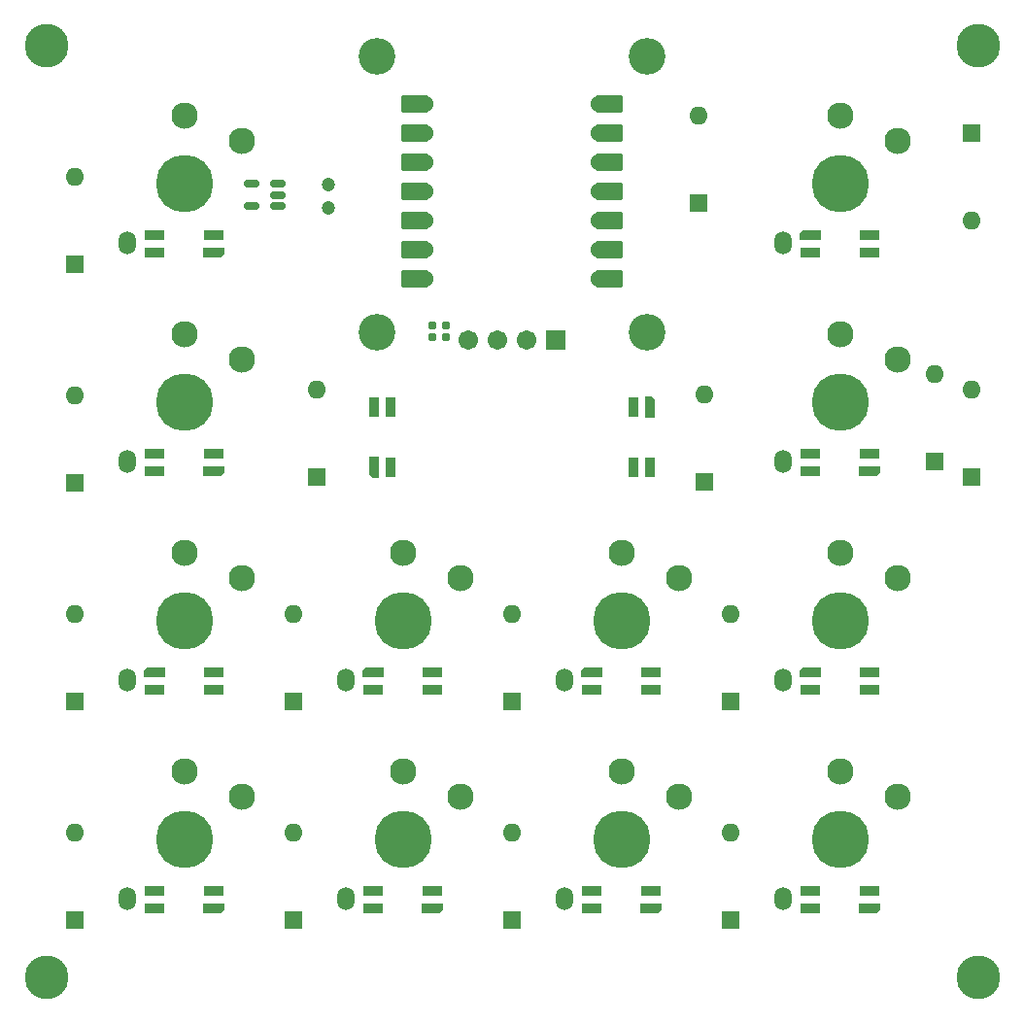
<source format=gbs>
%TF.GenerationSoftware,KiCad,Pcbnew,8.0.8*%
%TF.CreationDate,2025-02-20T23:43:36+01:00*%
%TF.ProjectId,hackpad,6861636b-7061-4642-9e6b-696361645f70,rev?*%
%TF.SameCoordinates,Original*%
%TF.FileFunction,Soldermask,Bot*%
%TF.FilePolarity,Negative*%
%FSLAX46Y46*%
G04 Gerber Fmt 4.6, Leading zero omitted, Abs format (unit mm)*
G04 Created by KiCad (PCBNEW 8.0.8) date 2025-02-20 23:43:36*
%MOMM*%
%LPD*%
G01*
G04 APERTURE LIST*
G04 Aperture macros list*
%AMRoundRect*
0 Rectangle with rounded corners*
0 $1 Rounding radius*
0 $2 $3 $4 $5 $6 $7 $8 $9 X,Y pos of 4 corners*
0 Add a 4 corners polygon primitive as box body*
4,1,4,$2,$3,$4,$5,$6,$7,$8,$9,$2,$3,0*
0 Add four circle primitives for the rounded corners*
1,1,$1+$1,$2,$3*
1,1,$1+$1,$4,$5*
1,1,$1+$1,$6,$7*
1,1,$1+$1,$8,$9*
0 Add four rect primitives between the rounded corners*
20,1,$1+$1,$2,$3,$4,$5,0*
20,1,$1+$1,$4,$5,$6,$7,0*
20,1,$1+$1,$6,$7,$8,$9,0*
20,1,$1+$1,$8,$9,$2,$3,0*%
%AMOutline5P*
0 Free polygon, 5 corners , with rotation*
0 The origin of the aperture is its center*
0 number of corners: always 5*
0 $1 to $10 corner X, Y*
0 $11 Rotation angle, in degrees counterclockwise*
0 create outline with 5 corners*
4,1,5,$1,$2,$3,$4,$5,$6,$7,$8,$9,$10,$1,$2,$11*%
%AMOutline6P*
0 Free polygon, 6 corners , with rotation*
0 The origin of the aperture is its center*
0 number of corners: always 6*
0 $1 to $12 corner X, Y*
0 $13 Rotation angle, in degrees counterclockwise*
0 create outline with 6 corners*
4,1,6,$1,$2,$3,$4,$5,$6,$7,$8,$9,$10,$11,$12,$1,$2,$13*%
%AMOutline7P*
0 Free polygon, 7 corners , with rotation*
0 The origin of the aperture is its center*
0 number of corners: always 7*
0 $1 to $14 corner X, Y*
0 $15 Rotation angle, in degrees counterclockwise*
0 create outline with 7 corners*
4,1,7,$1,$2,$3,$4,$5,$6,$7,$8,$9,$10,$11,$12,$13,$14,$1,$2,$15*%
%AMOutline8P*
0 Free polygon, 8 corners , with rotation*
0 The origin of the aperture is its center*
0 number of corners: always 8*
0 $1 to $16 corner X, Y*
0 $17 Rotation angle, in degrees counterclockwise*
0 create outline with 8 corners*
4,1,8,$1,$2,$3,$4,$5,$6,$7,$8,$9,$10,$11,$12,$13,$14,$15,$16,$1,$2,$17*%
G04 Aperture macros list end*
%ADD10R,0.820000X1.800000*%
%ADD11Outline5P,-0.900000X0.410000X0.900000X0.410000X0.900000X-0.164000X0.654000X-0.410000X-0.900000X-0.410000X270.000000*%
%ADD12RoundRect,0.102000X0.754000X0.754000X-0.754000X0.754000X-0.754000X-0.754000X0.754000X-0.754000X0*%
%ADD13C,1.712000*%
%ADD14C,3.204000*%
%ADD15O,1.500000X2.000000*%
%ADD16C,5.000000*%
%ADD17C,2.300000*%
%ADD18C,3.800000*%
%ADD19R,1.800000X0.820000*%
%ADD20Outline5P,-0.900000X0.410000X0.900000X0.410000X0.900000X-0.164000X0.654000X-0.410000X-0.900000X-0.410000X180.000000*%
%ADD21Outline5P,-0.900000X0.410000X0.900000X0.410000X0.900000X-0.164000X0.654000X-0.410000X-0.900000X-0.410000X0.000000*%
%ADD22Outline5P,-0.900000X0.410000X0.900000X0.410000X0.900000X-0.164000X0.654000X-0.410000X-0.900000X-0.410000X90.000000*%
%ADD23R,1.600000X1.600000*%
%ADD24O,1.600000X1.600000*%
%ADD25RoundRect,0.160000X-0.197500X-0.160000X0.197500X-0.160000X0.197500X0.160000X-0.197500X0.160000X0*%
%ADD26RoundRect,0.150000X0.512500X0.150000X-0.512500X0.150000X-0.512500X-0.150000X0.512500X-0.150000X0*%
%ADD27RoundRect,0.152400X-1.063600X-0.609600X1.063600X-0.609600X1.063600X0.609600X-1.063600X0.609600X0*%
%ADD28C,1.524000*%
%ADD29RoundRect,0.152400X1.063600X0.609600X-1.063600X0.609600X-1.063600X-0.609600X1.063600X-0.609600X0*%
%ADD30C,1.200000*%
G04 APERTURE END LIST*
D10*
%TO.C,LED_SUB3*%
X59450000Y-60900000D03*
X57950000Y-60900000D03*
D11*
X57950000Y-66100000D03*
D10*
X59450000Y-66100000D03*
%TD*%
D12*
%TO.C,U2*%
X73810000Y-55055000D03*
D13*
X71270000Y-55055000D03*
X68730000Y-55055000D03*
X66190000Y-55055000D03*
D14*
X81750000Y-54325000D03*
X58250000Y-54325000D03*
X58250000Y-30325000D03*
X81750000Y-30325000D03*
%TD*%
D15*
%TO.C,SW1*%
X36425000Y-46575000D03*
D16*
X41425000Y-41425000D03*
D17*
X46425000Y-37625000D03*
X41425000Y-35425000D03*
%TD*%
D15*
%TO.C,SW4*%
X93575000Y-65625000D03*
D16*
X98575000Y-60475000D03*
D17*
X103575000Y-56675000D03*
X98575000Y-54475000D03*
%TD*%
D18*
%TO.C,H2*%
X110600000Y-29400000D03*
%TD*%
%TO.C,H3*%
X29400000Y-29400000D03*
%TD*%
D15*
%TO.C,SW6*%
X55475000Y-84675000D03*
D16*
X60475000Y-79525000D03*
D17*
X65475000Y-75725000D03*
X60475000Y-73525000D03*
%TD*%
D15*
%TO.C,SW9*%
X36425000Y-103725000D03*
D16*
X41425000Y-98575000D03*
D17*
X46425000Y-94775000D03*
X41425000Y-92575000D03*
%TD*%
D18*
%TO.C,H1*%
X110600000Y-110600000D03*
%TD*%
D19*
%TO.C,LED8*%
X101175000Y-85475000D03*
X101175000Y-83975000D03*
D20*
X95975000Y-83975000D03*
D19*
X95975000Y-85475000D03*
%TD*%
D15*
%TO.C,SW12*%
X93575000Y-103725000D03*
D16*
X98575000Y-98575000D03*
D17*
X103575000Y-94775000D03*
X98575000Y-92575000D03*
%TD*%
D19*
%TO.C,LED2*%
X101175000Y-47375000D03*
X101175000Y-45875000D03*
D20*
X95975000Y-45875000D03*
D19*
X95975000Y-47375000D03*
%TD*%
D18*
%TO.C,H4*%
X29400000Y-110600000D03*
%TD*%
D19*
%TO.C,LED9*%
X38825000Y-103025000D03*
X38825000Y-104525000D03*
D21*
X44025000Y-104525000D03*
D19*
X44025000Y-103025000D03*
%TD*%
%TO.C,LED5*%
X44025000Y-85475000D03*
X44025000Y-83975000D03*
D20*
X38825000Y-83975000D03*
D19*
X38825000Y-85475000D03*
%TD*%
D10*
%TO.C,LED_SUB4*%
X80550000Y-66100000D03*
X82050000Y-66100000D03*
D22*
X82050000Y-60900000D03*
D10*
X80550000Y-60900000D03*
%TD*%
D19*
%TO.C,LED6*%
X63075000Y-85475000D03*
X63075000Y-83975000D03*
D20*
X57875000Y-83975000D03*
D19*
X57875000Y-85475000D03*
%TD*%
%TO.C,LED7*%
X82125000Y-85475000D03*
X82125000Y-83975000D03*
D20*
X76925000Y-83975000D03*
D19*
X76925000Y-85475000D03*
%TD*%
%TO.C,LED1*%
X38825000Y-45875000D03*
X38825000Y-47375000D03*
D21*
X44025000Y-47375000D03*
D19*
X44025000Y-45875000D03*
%TD*%
D15*
%TO.C,SW8*%
X93575000Y-84675000D03*
D16*
X98575000Y-79525000D03*
D17*
X103575000Y-75725000D03*
X98575000Y-73525000D03*
%TD*%
D19*
%TO.C,LED4*%
X95975000Y-64925000D03*
X95975000Y-66425000D03*
D21*
X101175000Y-66425000D03*
D19*
X101175000Y-64925000D03*
%TD*%
D15*
%TO.C,SW5*%
X36425000Y-84675000D03*
D16*
X41425000Y-79525000D03*
D17*
X46425000Y-75725000D03*
X41425000Y-73525000D03*
%TD*%
D15*
%TO.C,SW3*%
X36425000Y-65625000D03*
D16*
X41425000Y-60475000D03*
D17*
X46425000Y-56675000D03*
X41425000Y-54475000D03*
%TD*%
D19*
%TO.C,LED11*%
X76925000Y-103025000D03*
X76925000Y-104525000D03*
D21*
X82125000Y-104525000D03*
D19*
X82125000Y-103025000D03*
%TD*%
D15*
%TO.C,SW11*%
X74525000Y-103725000D03*
D16*
X79525000Y-98575000D03*
D17*
X84525000Y-94775000D03*
X79525000Y-92575000D03*
%TD*%
D19*
%TO.C,LED12*%
X95975000Y-103025000D03*
X95975000Y-104525000D03*
D21*
X101175000Y-104525000D03*
D19*
X101175000Y-103025000D03*
%TD*%
D15*
%TO.C,SW7*%
X74525000Y-84675000D03*
D16*
X79525000Y-79525000D03*
D17*
X84525000Y-75725000D03*
X79525000Y-73525000D03*
%TD*%
D19*
%TO.C,LED3*%
X38825000Y-64925000D03*
X38825000Y-66425000D03*
D21*
X44025000Y-66425000D03*
D19*
X44025000Y-64925000D03*
%TD*%
%TO.C,LED10*%
X57875000Y-103025000D03*
X57875000Y-104525000D03*
D21*
X63075000Y-104525000D03*
D19*
X63075000Y-103025000D03*
%TD*%
D15*
%TO.C,SW2*%
X93575000Y-46575000D03*
D16*
X98575000Y-41425000D03*
D17*
X103575000Y-37625000D03*
X98575000Y-35425000D03*
%TD*%
D15*
%TO.C,SW10*%
X55475000Y-103725000D03*
D16*
X60475000Y-98575000D03*
D17*
X65475000Y-94775000D03*
X60475000Y-92575000D03*
%TD*%
D23*
%TO.C,D10*%
X50975000Y-105575000D03*
D24*
X50975000Y-97955000D03*
%TD*%
D23*
%TO.C,D13*%
X86750000Y-67370000D03*
D24*
X86750000Y-59750000D03*
%TD*%
D23*
%TO.C,D8*%
X89075000Y-86525000D03*
D24*
X89075000Y-78905000D03*
%TD*%
D23*
%TO.C,D12*%
X89075000Y-105575000D03*
D24*
X89075000Y-97955000D03*
%TD*%
D23*
%TO.C,D5*%
X31925000Y-86525000D03*
D24*
X31925000Y-78905000D03*
%TD*%
D23*
%TO.C,D14*%
X53000000Y-67000000D03*
D24*
X53000000Y-59380000D03*
%TD*%
D23*
%TO.C,D15*%
X110000000Y-37000000D03*
D24*
X110000000Y-44620000D03*
%TD*%
D23*
%TO.C,D9*%
X31925000Y-105575000D03*
D24*
X31925000Y-97955000D03*
%TD*%
D25*
%TO.C,R1*%
X63055000Y-54750000D03*
X64250000Y-54750000D03*
%TD*%
D23*
%TO.C,D1*%
X31925000Y-48425000D03*
D24*
X31925000Y-40805000D03*
%TD*%
D23*
%TO.C,D11*%
X70025000Y-105575000D03*
D24*
X70025000Y-97955000D03*
%TD*%
D26*
%TO.C,U3*%
X49562500Y-41425000D03*
X49562500Y-42375000D03*
X49562500Y-43325000D03*
X47287500Y-43325000D03*
X47287500Y-41425000D03*
%TD*%
D23*
%TO.C,D4*%
X106825000Y-65575000D03*
D24*
X106825000Y-57955000D03*
%TD*%
D23*
%TO.C,D7*%
X70000000Y-86500000D03*
D24*
X70000000Y-78880000D03*
%TD*%
D23*
%TO.C,D2*%
X86250000Y-43120000D03*
D24*
X86250000Y-35500000D03*
%TD*%
D27*
%TO.C,U1*%
X78455000Y-34405000D03*
D28*
X77620000Y-34405000D03*
D27*
X78455000Y-36945000D03*
D28*
X77620000Y-36945000D03*
D27*
X78455000Y-39485000D03*
D28*
X77620000Y-39485000D03*
D27*
X78455000Y-42025000D03*
D28*
X77620000Y-42025000D03*
D27*
X78455000Y-44565000D03*
D28*
X77620000Y-44565000D03*
D27*
X78455000Y-47105000D03*
D28*
X77620000Y-47105000D03*
D27*
X78455000Y-49645000D03*
D28*
X77620000Y-49645000D03*
X62380000Y-49645000D03*
D29*
X61545000Y-49645000D03*
D28*
X62380000Y-47105000D03*
D29*
X61545000Y-47105000D03*
D28*
X62380000Y-44565000D03*
D29*
X61545000Y-44565000D03*
D28*
X62380000Y-42025000D03*
D29*
X61545000Y-42025000D03*
D28*
X62380000Y-39485000D03*
D29*
X61545000Y-39485000D03*
D28*
X62380000Y-36945000D03*
D29*
X61545000Y-36945000D03*
D28*
X62380000Y-34405000D03*
D29*
X61545000Y-34405000D03*
%TD*%
D23*
%TO.C,D6*%
X50975000Y-86525000D03*
D24*
X50975000Y-78905000D03*
%TD*%
D25*
%TO.C,R2*%
X63055000Y-53750000D03*
X64250000Y-53750000D03*
%TD*%
D23*
%TO.C,D16*%
X110000000Y-67000000D03*
D24*
X110000000Y-59380000D03*
%TD*%
D30*
%TO.C,C2*%
X54000000Y-43500000D03*
X54000000Y-41500000D03*
%TD*%
D23*
%TO.C,D3*%
X31925000Y-67475000D03*
D24*
X31925000Y-59855000D03*
%TD*%
M02*

</source>
